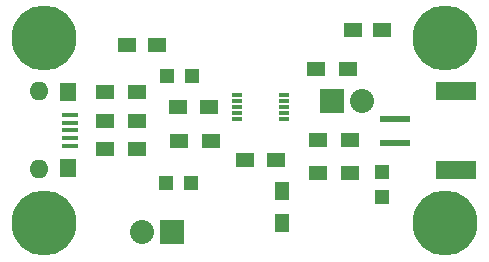
<source format=gts>
G04 #@! TF.FileFunction,Soldermask,Top*
%FSLAX46Y46*%
G04 Gerber Fmt 4.6, Leading zero omitted, Abs format (unit mm)*
G04 Created by KiCad (PCBNEW (2015-01-29 BZR 5396)-product) date 3/24/2015 8:40:59 PM*
%MOMM*%
G01*
G04 APERTURE LIST*
%ADD10C,0.100000*%
%ADD11R,1.500000X1.250000*%
%ADD12R,1.198880X1.198880*%
%ADD13R,2.032000X2.032000*%
%ADD14O,2.032000X2.032000*%
%ADD15R,2.600000X0.500000*%
%ADD16R,3.400000X1.500000*%
%ADD17R,1.500000X1.300000*%
%ADD18R,1.300000X1.500000*%
%ADD19R,0.950000X0.330000*%
%ADD20C,5.500000*%
%ADD21O,1.600000X1.600000*%
%ADD22R,1.350000X0.400000*%
%ADD23R,1.400000X1.600000*%
G04 APERTURE END LIST*
D10*
D11*
X90860000Y-76700000D03*
X88360000Y-76700000D03*
X107460000Y-75420000D03*
X109960000Y-75420000D03*
D12*
X91680980Y-88350000D03*
X93779020Y-88350000D03*
X91740980Y-79320000D03*
X93839020Y-79320000D03*
D13*
X92190000Y-92540000D03*
D14*
X89650000Y-92540000D03*
D15*
X111065000Y-84967500D03*
X111065000Y-82967500D03*
D16*
X116165000Y-87317500D03*
X116165000Y-80617500D03*
D17*
X104490000Y-87560000D03*
X107190000Y-87560000D03*
X95450000Y-84840000D03*
X92750000Y-84840000D03*
X95330000Y-81990000D03*
X92630000Y-81990000D03*
D18*
X101460000Y-91760000D03*
X101460000Y-89060000D03*
D17*
X101000000Y-86400000D03*
X98300000Y-86400000D03*
X89190000Y-80690000D03*
X86490000Y-80690000D03*
X89170000Y-83120000D03*
X86470000Y-83120000D03*
X89220000Y-85520000D03*
X86520000Y-85520000D03*
D19*
X97670000Y-80935000D03*
X97670000Y-81435000D03*
X97670000Y-81935000D03*
X97670000Y-82435000D03*
X97670000Y-82935000D03*
X101620000Y-82935000D03*
X101620000Y-82435000D03*
X101620000Y-81935000D03*
X101620000Y-81435000D03*
X101620000Y-80935000D03*
D12*
X109970000Y-89589020D03*
X109970000Y-87490980D03*
D20*
X115315000Y-76135000D03*
X115315000Y-91795000D03*
X81335000Y-76135000D03*
X81335000Y-91785000D03*
D17*
X104350000Y-78740000D03*
X107050000Y-78740000D03*
X104490000Y-84710000D03*
X107190000Y-84710000D03*
D13*
X105690000Y-81460000D03*
D14*
X108230000Y-81460000D03*
D21*
X80865000Y-87215000D03*
X80865000Y-80615000D03*
D22*
X83540000Y-85215000D03*
X83540000Y-84565000D03*
X83540000Y-83915000D03*
X83540000Y-83265000D03*
X83540000Y-82615000D03*
D23*
X83315000Y-80715000D03*
X83315000Y-87115000D03*
M02*

</source>
